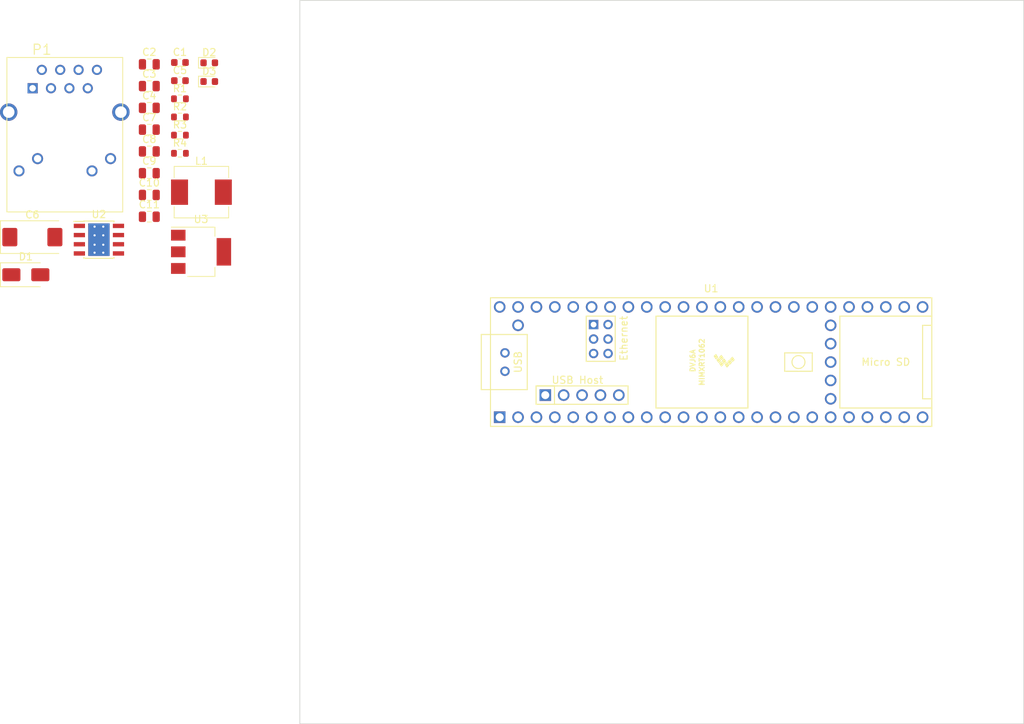
<source format=kicad_pcb>
(kicad_pcb (version 20221018) (generator pcbnew)
  (layers (0 "F.Cu" signal) (31 "B.Cu" signal) (34 "B.Paste" user) (35 "F.Paste" user) (36 "B.SilkS" user "B.Silkscreen") (37 "F.SilkS" user "F.Silkscreen") (38 "B.Mask" user) (39 "F.Mask" user) (44 "Edge.Cuts" user))
  (net 0 "")
  (net 8 "Net-(P1-RCT)")
  (net 9 "GND")
  (net 10 "+24V")
  (net 11 "Net-(U2-BOOT)")
  (net 12 "Net-(D1-K)")
  (net 13 "+5V")
  (net 14 "+3V3")
  (net 19 "Net-(D2-A)")
  (net 20 "Net-(D3-A)")
  (net 21 "ETH_TX+")
  (net 22 "ETH_TX-")
  (net 23 "ETH_RX+")
  (net 24 "ETH_RX-")
  (net 26 "ETH_LED")
  (net 28 "Net-(U2-VSENSE)")
  (net 29 "USB_H+")
  (net 30 "USB_H-")
  (net 31 "5V_USB_H")
  (net 32 "A_LIM")
  (net 33 "Z_LIM")
  (net 34 "Y_LIM")
  (net 35 "X_LIM")
  (net 36 "COOLANT_FLOOD")
  (net 37 "COOLANT_MIST")
  (net 38 "CYCLE_START")
  (net 39 "FEED_HOLD")
  (net 40 "PROBE_PIN")
  (net 41 "RESET")
  (net 42 "SPINDLE_PWM")
  (net 43 "RX1")
  (net 44 "TX1")
  (net 45 "X_STEP")
  (net 46 "X_DIR")
  (net 47 "Y_STEP")
  (net 48 "Y_DIR")
  (net 49 "Z_STEP")
  (net 50 "Z_DIR")
  (net 51 "A_STEP")
  (net 52 "A_DIR")
  (net 53 "X_EN")
  (net 54 "SPINDLE_DIR")
  (net 55 "KEYPAD_STROBE")
  (net 56 "Y_EN")
  (net 57 "Z_EN")
  (net 58 "A_EN")
  (net 59 "B_EN")
  (net 60 "AUX_IN_0")
  (net 61 "QEI_SEL_AUX_IN_3")
  (net 62 "QEI_B_AUX_IN_2")
  (net 63 "AUX_OUT_2")
  (net 64 "AUX_OUT_1")
  (net 65 "AUX_OUT_0")
  (net 66 "QEI_A_AUX_IN_1")
  (net 67 "SAFETY_DOOR")
  (net 68 "SPINDLE_EN")
  (net 69 "I2C_SCL")
  (net 70 "B_LIM")
  (net 71 "B_DIR")
  (net 72 "B_STEP")
  (net 73 "I2C_SDA")
  (footprint "Resistor_SMD:R_0603_1608Metric" (layer "F.Cu") (at 68.86 44.89)
    (fp_text reference "R1" (at 0 -1.43) (layer "F.SilkS"))
    (fp_text value "10K")
    (fp_line (start -0.237258 -0.5225) (end 0.237258 -0.5225) (stroke (width 0.12)) (layer "F.SilkS"))
    (fp_line (start -0.237258 0.5225) (end 0.237258 0.5225) (stroke (width 0.12)) (layer "F.SilkS"))
    (pad "1" smd roundrect (at -0.825 0) (size 0.8 0.95) (layers "F.Cu" "F.Paste" "F.Mask") (net 28 "Net-(U2-VSENSE)"))
    (pad "2" smd roundrect (at 0.825 0) (size 0.8 0.95) (layers "F.Cu" "F.Paste" "F.Mask") (net 13 "+5V"))
  )
  (footprint "Capacitor_SMD:C_0805_2012Metric" (layer "F.Cu") (at 64.63 58.18)
    (fp_text reference "C10" (at 0 -1.68) (layer "F.SilkS"))
    (fp_text value "1uF")
    (fp_line (start -0.261252 -0.735) (end 0.261252 -0.735) (stroke (width 0.12)) (layer "F.SilkS"))
    (fp_line (start -0.261252 0.735) (end 0.261252 0.735) (stroke (width 0.12)) (layer "F.SilkS"))
    (pad "1" smd roundrect (at -0.95 0) (size 1 1.45) (layers "F.Cu" "F.Paste" "F.Mask"))
    (pad "2" smd roundrect (at 0.95 0) (size 1 1.45) (layers "F.Cu" "F.Paste" "F.Mask"))
  )
  (footprint "Resistor_SMD:R_0603_1608Metric" (layer "F.Cu") (at 68.86 52.42)
    (fp_text reference "R4" (at 0 -1.43) (layer "F.SilkS"))
    (fp_text value "4.3K")
    (fp_line (start -0.237258 -0.5225) (end 0.237258 -0.5225) (stroke (width 0.12)) (layer "F.SilkS"))
    (fp_line (start -0.237258 0.5225) (end 0.237258 0.5225) (stroke (width 0.12)) (layer "F.SilkS"))
    (pad "1" smd roundrect (at -0.825 0) (size 0.8 0.95) (layers "F.Cu" "F.Paste" "F.Mask") (net 20 "Net-(D3-A)"))
    (pad "2" smd roundrect (at 0.825 0) (size 0.8 0.95) (layers "F.Cu" "F.Paste" "F.Mask") (net 14 "+3V3"))
  )
  (footprint "teensy_library-master:Teensy41" (layer "F.Cu") (at 142.24 81.28)
    (fp_text reference "U1" (at 0 -10.16) (layer "F.SilkS"))
    (fp_text value "Teensy4.1")
    (fp_text user "DVJ6A" (at -2.54 -0.18 -90) (layer "F.SilkS") (effects (font (size 0.7 0.7))))
    (fp_text user "Micro SD" (at 24.13 0) (layer "F.SilkS"))
    (fp_text user "USB Host" (at -18.4658 2.4892) (layer "F.SilkS"))
    (fp_text user "Ethernet" (at -12.065 -3.2766 90) (layer "F.SilkS"))
    (fp_text user "MIMXRT1062" (at -1.27 0 -90) (layer "F.SilkS") (effects (font (size 0.7 0.7))))
    (fp_text user "USB" (at -26.67 0 270) (layer "F.SilkS"))
    (fp_line (start -31.75 -3.81) (end -30.48 -3.81) (stroke (width 0.15)) (layer "F.SilkS"))
    (fp_line (start -31.75 3.81) (end -31.75 -3.81) (stroke (width 0.15)) (layer "F.SilkS"))
    (fp_line (start -30.48 -8.89) (end 30.48 -8.89) (stroke (width 0.15)) (layer "F.SilkS"))
    (fp_line (start -30.48 3.81) (end -31.75 3.81) (stroke (width 0.15)) (layer "F.SilkS"))
    (fp_line (start -30.48 8.89) (end -30.48 -8.89) (stroke (width 0.15)) (layer "F.SilkS"))
    (fp_line (start -25.4 -3.81) (end -30.48 -3.81) (stroke (width 0.15)) (layer "F.SilkS"))
    (fp_line (start -25.4 3.81) (end -30.48 3.81) (stroke (width 0.15)) (layer "F.SilkS"))
    (fp_line (start -25.4 3.81) (end -25.4 -3.81) (stroke (width 0.15)) (layer "F.SilkS"))
    (fp_line (start -24.1808 3.2992) (end -21.6408 3.2992) (stroke (width 0.15)) (layer "F.SilkS"))
    (fp_line (start -24.1808 3.2992) (end -11.4808 3.2992) (stroke (width 0.15)) (layer "F.SilkS"))
    (fp_line (start -24.1808 5.8392) (end -24.1808 3.2992) (stroke (width 0.15)) (layer "F.SilkS"))
    (fp_line (start -21.6408 3.2992) (end -21.6408 5.8392) (stroke (width 0.15)) (layer "F.SilkS"))
    (fp_line (start -17.25 -6.3516) (end -17.25 -6.1016) (stroke (width 0.15)) (layer "F.SilkS"))
    (fp_line (start -17.25 -6.1016) (end -17.25 -0.1016) (stroke (width 0.15)) (layer "F.SilkS"))
    (fp_line (start -17.25 -0.1016) (end -13.25 -0.1016) (stroke (width 0.15)) (layer "F.SilkS"))
    (fp_line (start -13.25 -6.3516) (end -17.25 -6.3516) (stroke (width 0.15)) (layer "F.SilkS"))
    (fp_line (start -13.25 -0.1016) (end -13.25 -6.3516) (stroke (width 0.15)) (layer "F.SilkS"))
    (fp_line (start -11.4808 3.2992) (end -11.4808 5.8392) (stroke (width 0.15)) (layer "F.SilkS"))
    (fp_line (start -11.4808 5.8392) (end -24.1808 5.8392) (stroke (width 0.15)) (layer "F.SilkS"))
    (fp_line (start -7.62 -6.35) (end -7.62 6.35) (stroke (width 0.15)) (layer "F.SilkS"))
    (fp_line (start -7.62 6.35) (end 5.08 6.35) (stroke (width 0.15)) (layer "F.SilkS"))
    (fp_line (start 5.08 -6.35) (end -7.62 -6.35) (stroke (width 0.15)) (layer "F.SilkS"))
    (fp_line (start 5.08 6.35) (end 5.08 -6.35) (stroke (width 0.15)) (layer "F.SilkS"))
    (fp_line (start 10.16 -1.27) (end 13.97 -1.27) (stroke (width 0.15)) (layer "F.SilkS"))
    (fp_line (start 10.16 1.27) (end 10.16 -1.27) (stroke (width 0.15)) (layer "F.SilkS"))
    (fp_line (start 13.97 -1.27) (end 13.97 1.27) (stroke (width 0.15)) (layer "F.SilkS"))
    (fp_line (start 13.97 1.27) (end 10.16 1.27) (stroke (width 0.15)) (layer "F.SilkS"))
    (fp_line (start 17.78 -6.35) (end 17.78 6.35) (stroke (width 0.15)) (layer "F.SilkS"))
    (fp_line (start 17.78 6.35) (end 30.48 6.35) (stroke (width 0.15)) (layer "F.SilkS"))
    (fp_line (start 29.21 -5.08) (end 29.21 5.08) (stroke (width 0.15)) (layer "F.SilkS"))
    (fp_line (start 29.21 5.08) (end 30.48 5.08) (stroke (width 0.15)) (layer "F.SilkS"))
    (fp_line (start 30.48 -8.89) (end 30.48 8.89) (stroke (width 0.15)) (layer "F.SilkS"))
    (fp_line (start 30.48 -6.35) (end 17.78 -6.35) (stroke (width 0.15)) (layer "F.SilkS"))
    (fp_line (start 30.48 -5.08) (end 29.21 -5.08) (stroke (width 0.15)) (layer "F.SilkS"))
    (fp_line (start 30.48 8.89) (end -30.48 8.89) (stroke (width 0.15)) (layer "F.SilkS"))
    (fp_circle (center 12.065 0) (end 12.7 -0.635) (stroke (width 0.15)) (fill none) (layer "F.SilkS"))
    (fp_poly (pts (xy 0.911 -0.688) (xy 0.657 -0.434) (xy 0.403 -0.815) (xy 0.657 -1.069)) (stroke (width 0.1)) (fill solid) (layer "F.SilkS"))
    (fp_poly (pts (xy 1.292 -0.18) (xy 1.038 0.074) (xy 0.784 -0.307) (xy 1.038 -0.561)) (stroke (width 0.1)) (fill solid) (layer "F.SilkS"))
    (fp_poly (pts (xy 1.673 -0.561) (xy 1.419 -0.307) (xy 1.165 -0.688) (xy 1.419 -0.942)) (stroke (width 0.1)) (fill solid) (layer "F.SilkS"))
    (fp_poly (pts (xy 1.673 0.328) (xy 1.419 0.582) (xy 1.165 0.201) (xy 1.419 -0.053)) (stroke (width 0.1)) (fill solid) (layer "F.SilkS"))
    (fp_poly (pts (xy 2.054 -0.053) (xy 1.8 0.201) (xy 1.546 -0.18) (xy 1.8 -0.434)) (stroke (width 0.1)) (fill solid) (layer "F.SilkS"))
    (fp_poly (pts (xy 2.435 0.455) (xy 2.181 0.709) (xy 1.927 0.328) (xy 2.181 0.074)) (stroke (width 0.1)) (fill solid) (layer "F.SilkS"))
    (fp_poly (pts (xy 2.816 0.074) (xy 2.562 0.328) (xy 2.308 -0.053) (xy 2.562 -0.307)) (stroke (width 0.1)) (fill solid) (layer "F.SilkS"))
    (fp_poly (pts (xy 3.197 -0.307) (xy 2.943 -0.053) (xy 2.689 -0.434) (xy 2.943 -0.688)) (stroke (width 0.1)) (fill solid) (layer "F.SilkS"))
    (pad "1" thru_hole rect (at -29.21 7.62) (size 1.6 1.6) (drill 1.1) (layers "*.Cu" "*.Mask") (net 9 "GND"))
    (pad "2" thru_hole circle (at -26.67 7.62) (size 1.6 1.6) (drill 1.1) (layers "*.Cu" "*.Mask") (net 43 "RX1"))
    (pad "3" thru_hole circle (at -24.13 7.62) (size 1.6 1.6) (drill 1.1) (layers "*.Cu" "*.Mask") (net 44 "TX1"))
    (pad "4" thru_hole circle (at -21.59 7.62) (size 1.6 1.6) (drill 1.1) (layers "*.Cu" "*.Mask") (net 45 "X_STEP"))
    (pad "5" thru_hole circle (at -19.05 7.62) (size 1.6 1.6) (drill 1.1) (layers "*.Cu" "*.Mask") (net 46 "X_DIR"))
    (pad "6" thru_hole circle (at -16.51 7.62) (size 1.6 1.6) (drill 1.1) (layers "*.Cu" "*.Mask") (net 47 "Y_STEP"))
    (pad "7" thru_hole circle (at -13.97 7.62) (size 1.6 1.6) (drill 1.1) (layers "*.Cu" "*.Mask") (net 48 "Y_DIR"))
    (pad "8" thru_hole circle (at -11.43 7.62) (size 1.6 1.6) (drill 1.1) (layers "*.Cu" "*.Mask") (net 49 "Z_STEP"))
    (pad "9" thru_hole circle (at -8.89 7.62) (size 1.6 1.6) (drill 1.1) (layers "*.Cu" "*.Mask") (net 50 "Z_DIR"))
    (pad "10" thru_hole circle (at -6.35 7.62) (size 1.6 1.6) (drill 1.1) (layers "*.Cu" "*.Mask") (net 51 "A_STEP"))
    (pad "11" thru_hole circle (at -3.81 7.62) (size 1.6 1.6) (drill 1.1) (layers "*.Cu" "*.Mask") (net 52 "A_DIR"))
    (pad "12" thru_hole circle (at -1.27 7.62) (size 1.6 1.6) (drill 1.1) (layers "*.Cu" "*.Mask") (net 53 "X_EN"))
    (pad "13" thru_hole circle (at 1.27 7.62) (size 1.6 1.6) (drill 1.1) (layers "*.Cu" "*.Mask") (net 54 "SPINDLE_DIR"))
    (pad "14" thru_hole circle (at 3.81 7.62) (size 1.6 1.6) (drill 1.1) (layers "*.Cu" "*.Mask") (net 68 "SPINDLE_EN"))
    (pad "15" thru_hole circle (at 6.35 7.62) (size 1.6 1.6) (drill 1.1) (layers "*.Cu" "*.Mask") (net 14 "+3V3"))
    (pad "16" thru_hole circle (at 8.89 7.62) (size 1.6 1.6) (drill 1.1) (layers "*.Cu" "*.Mask") (net 69 "I2C_SCL"))
    (pad "17" thru_hole circle (at 11.43 7.62) (size 1.6 1.6) (drill 1.1) (layers "*.Cu" "*.Mask") (net 73 "I2C_SDA"))
    (pad "18" thru_hole circle (at 13.97 7.62) (size 1.6 1.6) (drill 1.1) (layers "*.Cu" "*.Mask") (net 72 "B_STEP"))
    (pad "19" thru_hole circle (at 16.51 7.62) (size 1.6 1.6) (drill 1.1) (layers "*.Cu" "*.Mask") (net 71 "B_DIR"))
    (pad "20" thru_hole circle (at 19.05 7.62) (size 1.6 1.6) (drill 1.1) (layers "*.Cu" "*.Mask") (net 70 "B_LIM"))
    (pad "21" thru_hole circle (at 21.59 7.62) (size 1.6 1.6) (drill 1.1) (layers "*.Cu" "*.Mask") (net 67 "SAFETY_DOOR"))
    (pad "22" thru_hole circle (at 24.13 7.62) (size 1.6 1.6) (drill 1.1) (layers "*.Cu" "*.Mask") (net 66 "QEI_A_AUX_IN_1"))
    (pad "23" thru_hole circle (at 26.67 7.62) (size 1.6 1.6) (drill 1.1) (layers "*.Cu" "*.Mask") (net 65 "AUX_OUT_0"))
    (pad "24" thru_hole circle (at 29.21 7.62) (size 1.6 1.6) (drill 1.1) (layers "*.Cu" "*.Mask") (net 64 "AUX_OUT_1"))
    (pad "25" thru_hole circle (at 29.21 -7.62) (size 1.6 1.6) (drill 1.1) (layers "*.Cu" "*.Mask") (net 63 "AUX_OUT_2"))
    (pad "26" thru_hole circle (at 26.67 -7.62) (size 1.6 1.6) (drill 1.1) (layers "*.Cu" "*.Mask") (net 62 "QEI_B_AUX_IN_2"))
    (pad "27" thru_hole circle (at 24.13 -7.62) (size 1.6 1.6) (drill 1.1) (layers "*.Cu" "*.Mask") (net 61 "QEI_SEL_AUX_IN_3"))
    (pad "28" thru_hole circle (at 21.59 -7.62) (size 1.6 1.6) (drill 1.1) (layers "*.Cu" "*.Mask") (net 60 "AUX_IN_0"))
    (pad "29" thru_hole circle (at 19.05 -7.62) (size 1.6 1.6) (drill 1.1) (layers "*.Cu" "*.Mask") (net 59 "B_EN"))
    (pad "30" thru_hole circle (at 16.51 -7.62) (size 1.6 1.6) (drill 1.1) (layers "*.Cu" "*.Mask") (net 58 "A_EN"))
    (pad "31" thru_hole circle (at 13.97 -7.62) (size 1.6 1.6) (drill 1.1) (layers "*.Cu" "*.Mask") (net 57 "Z_EN"))
    (pad "32" thru_hole circle (at 11.43 -7.62) (size 1.6 1.6) (drill 1.1) (layers "*.Cu" "*.Mask") (net 56 "Y_EN"))
    (pad "33" thru_hole circle (at 8.89 -7.62) (size 1.6 1.6) (drill 1.1) (layers "*.Cu" "*.Mask") (net 55 "KEYPAD_STROBE"))
    (pad "34" thru_hole circle (at 6.35 -7.62) (size 1.6 1.6) (drill 1.1) (layers "*.Cu" "*.Mask") (net 9 "GND"))
    (pad "35" thru_hole circle (at 3.81 -7.62) (size 1.6 1.6) (drill 1.1) (layers "*.Cu" "*.Mask") (net 42 "SPINDLE_PWM"))
    (pad "36" thru_hole circle (at 1.27 -7.62) (size 1.6 1.6) (drill 1.1) (layers "*.Cu" "*.Mask") (net 41 "RESET"))
    (pad "37" thru_hole circle (at -1.27 -7.62) (size 1.6 1.6) (drill 1.1) (layers "*.Cu" "*.Mask") (net 40 "PROBE_PIN"))
    (pad "38" thru_hole circle (at -3.81 -7.62) (size 1.6 1.6) (drill 1.1) (layers "*.Cu" "*.Mask") (net 39 "FEED_HOLD"))
    (pad "39" thru_hole circle (at -6.35 -7.62) (size 1.6 1.6) (drill 1.1) (layers "*.Cu" "*.Mask") (net 38 "CYCLE_START"))
    (pad "40" thru_hole circle (at -8.89 -7.62) (size 1.6 1.6) (drill 1.1) (layers "*.Cu" "*.Mask") (net 37 "COOLANT_MIST"))
    (pad "41" thru_hole circle (at -11.43 -7.62) (size 1.6 1.6) (drill 1.1) (layers "*.Cu" "*.Mask") (net 36 "COOLANT_FLOOD"))
    (pad "42" thru_hole circle (at -13.97 -7.62) (size 1.6 1.6) (drill 1.1) (layers "*.Cu" "*.Mask") (net 35 "X_LIM"))
    (pad "43" thru_hole circle (at -16.51 -7.62) (size 1.6 1.6) (drill 1.1) (layers "*.Cu" "*.Mask") (net 34 "Y_LIM"))
    (pad "44" thru_hole circle (at -19.05 -7.62) (size 1.6 1.6) (drill 1.1) (layers "*.Cu" "*.Mask") (net 33 "Z_LIM"))
    (pad "45" thru_hole circle (at -21.59 -7.62) (size 1.6 1.6) (drill 1.1) (layers "*.Cu" "*.Mask") (net 32 "A_LIM"))
    (pad "46" thru_hole circle (at -24.13 -7.62) (size 1.6 1.6) (drill 1.1) (layers "*.Cu" "*.Mask") (net 14 "+3V3"))
    (pad "47" thru_hole circle (at -26.67 -7.62) (size 1.6 1.6) (drill 1.1) (layers "*.Cu" "*.Mask") (net 9 "GND"))
    (pad "48" thru_hole circle (at -29.21 -7.62) (size 1.6 1.6) (drill 1.1) (layers "*.Cu" "*.Mask") (net 13 "+5V"))
    (pad "49" thru_hole circle (at -26.67 -5.08) (size 1.6 1.6) (drill 1.1) (layers "*.Cu" "*.Mask"))
    (pad "50" thru_hole circle (at 16.51 5.08) (size 1.6 1.6) (drill 1.1) (layers "*.Cu" "*.Mask"))
    (pad "51" thru_hole circle (at 16.51 2.54) (size 1.6 1.6) (drill 1.1) (layers "*.Cu" "*.Mask"))
    (pad "52" thru_hole circle (at 16.51 0) (size 1.6 1.6) (drill 1.1) (layers "*.Cu" "*.Mask") (net 9 "GND"))
    (pad "53" thru_hole circle (at 16.51 -2.54) (size 1.6 1.6) (drill 1.1) (layers "*.Cu" "*.Mask"))
    (pad "54" thru_hole circle (at 16.51 -5.08) (size 1.6 1.6) (drill 1.1) (layers "*.Cu" "*.Mask"))
    (pad "55" thru_hole rect (at -22.9108 4.5692) (size 1.6 1.6) (drill 1.1) (layers "*.Cu" "*.Mask") (net 31 "5V_USB_H"))
    (pad "56" thru_hole circle (at -20.3708 4.5692) (size 1.6 1.6) (drill 1.1) (layers "*.Cu" "*.Mask") (net 30 "USB_H-"))
    (pad "57" thru_hole circle (at -17.8308 4.5692) (size 1.6 1.6) (drill 1.1) (layers "*.Cu" "*.Mask") (net 29 "USB_H+"))
    (pad "58" thru_hole circle (at -15.2908 4.5692) (size 1.6 1.6) (drill 1.1) (layers "*.Cu" "*.Mask") (net 9 "GND"))
    (pad "59" thru_hole circle (at -12.7508 4.5692) (size 1.6 1.6) (drill 1.1) (layers "*.Cu" "*.Mask") (net 9 "GND"))
    (pad "60" thru_hole rect (at -16.24 -5.1816) (size 1.3 1.3) (drill 0.8) (layers "*.Cu" "*.Mask") (net 23 "ETH_RX+"))
    (pad "61" thru_hole circle (at -16.24 -3.1816) (size 1.3 1.3) (drill 0.8) (layers "*.Cu" "*.Mask") (net 26 "ETH_LED"))
    (pad "62" thru_hole circle (at -16.24 -1.1816) (size 1.3 1.3) (drill 0.8) (layers "*.Cu" "*.Mask") (net 22 "ETH_TX-"))
    (pad "63" thru_hole circle (at -14.24 -1.1816) (size 1.3 1.3) (drill 0.8) (layers "*.Cu" "*.Mask") (net 21 "ETH_TX+"))
    (pad "64" thru_hole circle (at -14.24 -3.1816) (size 1.3 1.3) (drill 0.8) (layers "*.Cu" "*.Mask") (net 9 "GND"))
    (pad "65" thru_hole circle (at -14.24 -5.1816) (size 1.3 1.3) (drill 0.8) (layers "*.Cu" "*.Mask") (net 24 "ETH_RX-"))
    (pad "66" thru_hole circle (at -28.48 -1.27) (size 1.3 1.3) (drill 0.8) (layers "*.Cu" "*.Mask"))
    (pad "67" thru_hole circle (at -28.48 1.27) (size 1.3 1.3) (drill 0.8) (layers "*.Cu" "*.Mask"))
  )
  (footprint "LED_SMD:LED_0603_1608Metric" (layer "F.Cu") (at 72.91 39.91)
    (fp_text reference "D2" (at 0 -1.43) (layer "F.SilkS"))
    (fp_text value "Emerald")
    (fp_line (start -1.485 -0.735) (end -1.485 0.735) (stroke (width 0.12)) (layer "F.SilkS"))
    (fp_line (start -1.485 0.735) (end 0.8 0.735) (stroke (width 0.12)) (layer "F.SilkS"))
    (fp_line (start 0.8 -0.735) (end -1.485 -0.735) (stroke (width 0.12)) (layer "F.SilkS"))
    (pad "1" smd roundrect (at -0.7875 0) (size 0.875 0.95) (layers "F.Cu" "F.Paste" "F.Mask") (net 9 "GND"))
    (pad "2" smd roundrect (at 0.7875 0) (size 0.875 0.95) (layers "F.Cu" "F.Paste" "F.Mask") (net 19 "Net-(D2-A)"))
  )
  (footprint "Inductor_SMD:L_Sunlord_MWSA0603S" (layer "F.Cu") (at 71.83 57.795)
    (fp_text reference "L1" (at 0 -4.3) (layer "F.SilkS"))
    (fp_text value "15uH")
    (fp_line (start -3.76 -3.56) (end -3.76 -2.01) (stroke (width 0.12)) (layer "F.SilkS"))
    (fp_line (start -3.76 -3.56) (end 3.76 -3.56) (stroke (width 0.12)) (layer "F.SilkS"))
    (fp_line (start -3.76 3.56) (end -3.76 2.01) (stroke (width 0.12)) (layer "F.SilkS"))
    (fp_line (start -3.76 3.56) (end 3.76 3.56) (stroke (width 0.12)) (layer "F.SilkS"))
    (fp_line (start 3.76 -3.56) (end 3.76 -2.01) (stroke (width 0.12)) (layer "F.SilkS"))
    (fp_line (start 3.76 3.56) (end 3.76 2.01) (stroke (width 0.12)) (layer "F.SilkS"))
    (pad "1" smd rect (at -3.025 0) (size 2.35 3.5) (layers "F.Cu" "F.Paste" "F.Mask") (net 12 "Net-(D1-K)"))
    (pad "2" smd rect (at 3.025 0) (size 2.35 3.5) (layers "F.Cu" "F.Paste" "F.Mask") (net 13 "+5V"))
  )
  (footprint "KiCad:J1B1211CCD" (layer "F.Cu") (at 52.955 49.7785)
    (fp_text reference "P1" (at -3.175 -11.684) (layer "F.SilkS") (effects (font (size 1.4 1.4))))
    (fp_text value "J1B1211CCD")
    (fp_line (start -8 -10.6) (end -8 10.75) (stroke (width 0.127)) (layer "F.SilkS"))
    (fp_line (start -8 10.75) (end 8 10.75) (stroke (width 0.127)) (layer "F.SilkS"))
    (fp_line (start 8 -10.6) (end -8 -10.6) (stroke (width 0.127)) (layer "F.SilkS"))
    (fp_line (start 8 10.75) (end 8 -10.6) (stroke (width 0.127)) (layer "F.SilkS"))
    (pad "" np_thru_hole circle (at -5.715 0) (size 3.25 3.25) (drill 3.25) (layers "*.Cu" "*.Mask"))
    (pad "" np_thru_hole circle (at 5.715 0) (size 3.25 3.25) (drill 3.25) (layers "*.Cu" "*.Mask"))
    (pad "1" thru_hole rect (at -4.445 -6.35) (size 1.408 1.408) (drill 0.9) (layers "*.Cu" "*.Mask") (net 21 "ETH_TX+"))
    (pad "2" thru_hole circle (at -3.175 -8.89) (size 1.408 1.408) (drill 0.9) (layers "*.Cu" "*.Mask") (net 8 "Net-(P1-RCT)"))
    (pad "3" thru_hole circle (at -1.905 -6.35) (size 1.408 1.408) (drill 0.9) (layers "*.Cu" "*.Mask") (net 22 "ETH_TX-"))
    (pad "4" thru_hole circle (at -0.635 -8.89) (size 1.408 1.408) (drill 0.9) (layers "*.Cu" "*.Mask") (net 23 "ETH_RX+"))
    (pad "5" thru_hole circle (at 0.635 -6.35) (size 1.408 1.408) (drill 0.9) (layers "*.Cu" "*.Mask") (net 8 "Net-(P1-RCT)"))
    (pad "6" thru_hole circle (at 1.905 -8.89) (size 1.408 1.408) (drill 0.9) (layers "*.Cu" "*.Mask") (net 24 "ETH_RX-"))
    (pad "7" thru_hole circle (at 3.175 -6.35) (size 1.408 1.408) (drill 0.9) (layers "*.Cu" "*.Mask"))
    (pad "8" thru_hole circle (at 4.445 -8.89) (size 1.408 1.408) (drill 0.9) (layers "*.Cu" "*.Mask") (net 9 "GND"))
    (pad "9" thru_hole circle (at -6.325 5.08) (size 1.53 1.53) (drill 1.02) (layers "*.Cu" "*.Mask") (net 9 "GND"))
    (pad "10" thru_hole circle (at -3.758 3.38) (size 1.53 1.53) (drill 1.02) (layers "*.Cu" "*.Mask") (net 26 "ETH_LED"))
    (pad "11" thru_hole circle (at 3.758 5.08) (size 1.53 1.53) (drill 1.02) (layers "*.Cu" "*.Mask") (net 9 "GND"))
    (pad "12" thru_hole circle (at 6.325 3.38) (size 1.53 1.53) (drill 1.02) (layers "*.Cu" "*.Mask"))
    (pad "13" thru_hole circle (at -7.75 -3.05) (size 2.4 2.4) (drill 1.6) (layers "*.Cu" "*.Mask") (net 9 "GND"))
    (pad "14" thru_hole circle (at 7.75 -3.05) (size 2.4 2.4) (drill 1.6) (layers "*.Cu" "*.Mask") (net 9 "GND"))
  )
  (footprint "Capacitor_SMD:C_0805_2012Metric" (layer "F.Cu") (at 64.63 46.14)
    (fp_text reference "C4" (at 0 -1.68) (layer "F.SilkS"))
    (fp_text value "10uF")
    (fp_line (start -0.261252 -0.735) (end 0.261252 -0.735) (stroke (width 0.12)) (layer "F.SilkS"))
    (fp_line (start -0.261252 0.735) (end 0.261252 0.735) (stroke (width 0.12)) (layer "F.SilkS"))
    (pad "1" smd roundrect (at -0.95 0) (size 1 1.45) (layers "F.Cu" "F.Paste" "F.Mask") (net 10 "+24V"))
    (pad "2" smd roundrect (at 0.95 0) (size 1 1.45) (layers "F.Cu" "F.Paste" "F.Mask") (net 9 "GND"))
  )
  (footprint "Capacitor_SMD:C_0603_1608Metric" (layer "F.Cu") (at 68.86 39.87)
    (fp_text reference "C1" (at 0 -1.43) (layer "F.SilkS"))
    (fp_text value "100nF")
    (fp_line (start -0.14058 -0.51) (end 0.14058 -0.51) (stroke (width 0.12)) (layer "F.SilkS"))
    (fp_line (start -0.14058 0.51) (end 0.14058 0.51) (stroke (width 0.12)) (layer "F.SilkS"))
    (pad "1" smd roundrect (at -0.775 0) (size 0.9 0.95) (layers "F.Cu" "F.Paste" "F.Mask") (net 8 "Net-(P1-RCT)"))
    (pad "2" smd roundrect (at 0.775 0) (size 0.9 0.95) (layers "F.Cu" "F.Paste" "F.Mask") (net 9 "GND"))
  )
  (footprint "Capacitor_SMD:C_0805_2012Metric" (layer "F.Cu") (at 64.63 43.13)
    (fp_text reference "C3" (at 0 -1.68) (layer "F.SilkS"))
    (fp_text value "10uF")
    (fp_line (start -0.261252 -0.735) (end 0.261252 -0.735) (stroke (width 0.12)) (layer "F.SilkS"))
    (fp_line (start -0.261252 0.735) (end 0.261252 0.735) (stroke (width 0.12)) (layer "F.SilkS"))
    (pad "1" smd roundrect (at -0.95 0) (size 1 1.45) (layers "F.Cu" "F.Paste" "F.Mask") (net 10 "+24V"))
    (pad "2" smd roundrect (at 0.95 0) (size 1 1.45) (layers "F.Cu" "F.Paste" "F.Mask") (net 9 "GND"))
  )
  (footprint "Package_SO:TI_SO-PowerPAD-8_ThermalVias" (layer "F.Cu") (at 57.67 64.36)
    (fp_text reference "U2" (at 0 -3.5) (layer "F.SilkS"))
    (fp_text value "TPS5430DDA")
    (fp_line (start -2.075 -2.575) (end -2.075 -2.525) (stroke (width 0.15)) (layer "F.SilkS"))
    (fp_line (start -2.075 -2.575) (end 2.075 -2.575) (stroke (width 0.15)) (layer "F.SilkS"))
    (fp_line (start -2.075 -2.525) (end -3.475 -2.525) (stroke (width 0.15)) (layer "F.SilkS"))
    (fp_line (start -2.075 2.575) (end -2.075 2.43) (stroke (width 0.15)) (layer "F.SilkS"))
    (fp_line (start -2.075 2.575) (end 2.075 2.575) (stroke (width 0.15)) (layer "F.SilkS"))
    (fp_line (start 2.075 -2.575) (end 2.075 -2.43) (stroke (width 0.15)) (layer "F.SilkS"))
    (fp_line (start 2.075 2.575) (end 2.075 2.43) (stroke (width 0.15)) (layer "F.SilkS"))
    (pad "1" smd rect (at -2.7 -1.905) (size 1.55 0.6) (layers "F.Cu" "F.Paste" "F.Mask") (net 11 "Net-(U2-BOOT)"))
    (pad "2" smd rect (at -2.7 -0.635) (size 1.55 0.6) (layers "F.Cu" "F.Paste" "F.Mask"))
    (pad "3" smd rect (at -2.7 0.635) (size 1.55 0.6) (layers "F.Cu" "F.Paste" "F.Mask"))
    (pad "4" smd rect (at -2.7 1.905) (size 1.55 0.6) (layers "F.Cu" "F.Paste" "F.Mask") (net 28 "Net-(U2-VSENSE)"))
    (pad "5" smd rect (at 2.7 1.905) (size 1.55 0.6) (layers "F.Cu" "F.Paste" "F.Mask"))
    (pad "6" smd rect (at 2.7 0.635) (size 1.55 0.6) (layers "F.Cu" "F.Paste" "F.Mask") (net 9 "GND"))
    (pad "7" smd rect (at 2.7 -0.635) (size 1.55 0.6) (layers "F.Cu" "F.Paste" "F.Mask") (net 10 "+24V"))
    (pad "8" smd rect (at 2.7 -1.905) (size 1.55 0.6) (layers "F.Cu" "F.Paste" "F.Mask") (net 12 "Net-(D1-K)"))
    (pad "9" thru_hole circle (at -0.6 -1.8) (size 0.6 0.6) (drill 0.3) (layers "*.Cu") (net 9 "GND"))
    (pad "9" thru_hole circle (at -0.6 -0.6) (size 0.6 0.6) (drill 0.3) (layers "*.Cu") (net 9 "GND"))
    (pad "9" thru_hole circle (at -0.6 0.7) (size 0.6 0.6) (drill 0.3) (layers "*.Cu") (net 9 "GND"))
    (pad "9" thru_hole circle (at -0.6 1.8) (size 0.6 0.6) (drill 0.3) (layers "*.Cu") (net 9 "GND"))
    (pad "9" smd rect (at 0 0) (size 2.6 3.1) (layers "F.Cu" "F.Paste" "F.Mask") (net 9 "GND"))
    (pad "9" smd rect (at 0 0) (size 2.95 4.5) (layers "F.Cu") (net 9 "GND"))
    (pad "9" smd rect (at 0 0) (size 2.95 4.5) (layers "B.Cu") (net 9 "GND"))
    (pad "9" thru_hole circle (at 0.6 -1.8) (size 0.6 0.6) (drill 0.3) (layers "*.Cu") (net 9 "GND"))
    (pad "9" thru_hole circle (at 0.6 -0.6) (size 0.6 0.6) (drill 0.3) (layers "*.Cu") (net 9 "GND"))
    (pad "9" thru_hole circle (at 0.6 0.7) (size 0.6 0.6) (drill 0.3) (layers "*.Cu") (net 9 "GND"))
    (pad "9" thru_hole circle (at 0.6 1.8) (size 0.6 0.6) (drill 0.3) (layers "*.Cu") (net 9 "GND"))
  )
  (footprint "Capacitor_SMD:C_0603_1608Metric" (layer "F.Cu") (at 68.86 42.38)
    (fp_text reference "C5" (at 0 -1.43) (layer "F.SilkS"))
    (fp_text value "10nF")
    (fp_line (start -0.14058 -0.51) (end 0.14058 -0.51) (stroke (width 0.12)) (layer "F.SilkS"))
    (fp_line (start -0.14058 0.51) (end 0.14058 0.51) (stroke (width 0.12)) (layer "F.SilkS"))
    (pad "1" smd roundrect (at -0.775 0) (size 0.9 0.95) (layers "F.Cu" "F.Paste" "F.Mask") (net 11 "Net-(U2-BOOT)"))
    (pad "2" smd roundrect (at 0.775 0) (size 0.9 0.95) (layers "F.Cu" "F.Paste" "F.Mask") (net 12 "Net-(D1-K)"))
  )
  (footprint "Diode_SMD:D_SMA" (layer "F.Cu") (at 47.575 69.21)
    (fp_text reference "D1" (at 0 -2.5) (layer "F.SilkS"))
    (fp_text value "SS54")
    (fp_line (start -3.51 -1.65) (end -3.51 1.65) (stroke (width 0.12)) (layer "F.SilkS"))
    (fp_line (start -3.51 -1.65) (end 2 -1.65) (stroke (width 0.12)) (layer "F.SilkS"))
    (fp_line (start -3.51 1.65) (end 2 1.65) (stroke (width 0.12)) (layer "F.SilkS"))
    (pad "1" smd roundrect (at -2 0) (size 2.5 1.8) (layers "F.Cu" "F.Paste" "F.Mask") (roundrect_rratio 0.1388888889) (net 12 "Net-(D1-K)"))
    (pad "2" smd roundrect (at 2 0) (size 2.5 1.8) (layers "F.Cu" "F.Paste" "F.Mask") (roundrect_rratio 0.1388888889) (net 9 "GND"))
  )
  (footprint "LED_SMD:LED_0603_1608Metric" (layer "F.Cu") (at 72.91 42.5)
    (fp_text reference "D3" (at 0 -1.43) (layer "F.SilkS"))
    (fp_text value "Emerald")
    (fp_line (start -1.485 -0.735) (end -1.485 0.735) (stroke (width 0.12)) (layer "F.SilkS"))
    (fp_line (start -1.485 0.735) (end 0.8 0.735) (stroke (width 0.12)) (layer "F.SilkS"))
    (fp_line (start 0.8 -0.735) (end -1.485 -0.735) (stroke (width 0.12)) (layer "F.SilkS"))
    (pad "1" smd roundrect (at -0.7875 0) (size 0.875 0.95) (layers "F.Cu" "F.Paste" "F.Mask") (net 9 "GND"))
    (pad "2" smd roundrect (at 0.7875 0) (size 0.875 0.95) (layers "F.Cu" "F.Paste" "F.Mask") (net 20 "Net-(D3-A)"))
  )
  (footprint "Capacitor_SMD:C_0805_2012Metric" (layer "F.Cu") (at 64.63 40.12)
    (fp_text reference "C2" (at 0 -1.68) (layer "F.SilkS"))
    (fp_text value "10uF")
    (fp_line (start -0.261252 -0.735) (end 0.261252 -0.735) (stroke (width 0.12)) (layer "F.SilkS"))
    (fp_line (start -0.261252 0.735) (end 0.261252 0.735) (stroke (width 0.12)) (layer "F.SilkS"))
    (pad "1" smd roundrect (at -0.95 0) (size 1 1.45) (layers "F.Cu" "F.Paste" "F.Mask") (net 10 "+24V"))
    (pad "2" smd roundrect (at 0.95 0) (size 1 1.45) (layers "F.Cu" "F.Paste" "F.Mask") (net 9 "GND"))
  )
  (footprint "Capacitor_SMD:C_0805_2012Metric" (layer "F.Cu") (at 64.63 61.19)
    (fp_text reference "C11" (at 0 -1.68) (layer "F.SilkS"))
    (fp_text value "4.7uF")
    (fp_line (start -0.261252 -0.735) (end 0.261252 -0.735) (stroke (width 0.12)) (layer "F.SilkS"))
    (fp_line (start -0.261252 0.735) (end 0.261252 0.735) (stroke (width 0.12)) (layer "F.SilkS"))
    (pad "1" smd roundrect (at -0.95 0) (size 1 1.45) (layers "F.Cu" "F.Paste" "F.Mask"))
    (pad "2" smd roundrect (at 0.95 0) (size 1 1.45) (layers "F.Cu" "F.Paste" "F.Mask"))
  )
  (footprint "Capacitor_SMD:C_0805_2012Metric" (layer "F.Cu") (at 64.63 55.17)
    (fp_text reference "C9" (at 0 -1.68) (layer "F.SilkS"))
    (fp_text value "1uF")
    (fp_line (start -0.261252 -0.735) (end 0.261252 -0.735) (stroke (width 0.12)) (layer "F.SilkS"))
    (fp_line (start -0.261252 0.735) (end 0.261252 0.735) (stroke (width 0.12)) (layer "F.SilkS"))
    (pad "1" smd roundrect (at -0.95 0) (size 1 1.45) (layers "F.Cu" "F.Paste" "F.Mask") (net 14 "+3V3"))
    (pad "2" smd roundrect (at 0.95 0) (size 1 1.45) (layers "F.Cu" "F.Paste" "F.Mask") (net 9 "GND"))
  )
  (footprint "Capacitor_SMD:C_0805_2012Metric" (layer "F.Cu") (at 64.63 52.16)
    (fp_text reference "C8" (at 0 -1.68) (layer "F.SilkS"))
    (fp_text value "10uF")
    (fp_line (start -0.261252 -0.735) (end 0.261252 -0.735) (stroke (width 0.12)) (layer "F.SilkS"))
    (fp_line (start -0.261252 0.735) (end 0.261252 0.735) (stroke (width 0.12)) (layer "F.SilkS"))
    (pad "1" smd roundrect (at -0.95 0) (size 1 1.45) (layers "F.Cu" "F.Paste" "F.Mask") (net 14 "+3V3"))
    (pad "2" smd roundrect (at 0.95 0) (size 1 1.45) (layers "F.Cu" "F.Paste" "F.Mask") (net 9 "GND"))
  )
  (footprint "Resistor_SMD:R_0603_1608Metric" (layer "F.Cu") (at 68.86 49.91)
    (fp_text reference "R3" (at 0 -1.43) (layer "F.SilkS"))
    (fp_text value "430R")
    (fp_line (start -0.237258 -0.5225) (end 0.237258 -0.5225) (stroke (width 0.12)) (layer "F.SilkS"))
    (fp_line (start -0.237258 0.5225) (end 0.237258 0.5225) (stroke (width 0.12)) (layer "F.SilkS"))
    (pad "1" smd roundrect (at -0.825 0) (size 0.8 0.95) (layers "F.Cu" "F.Paste" "F.Mask") (net 19 "Net-(D2-A)"))
    (pad "2" smd roundrect (at 0.825 0) (size 0.8 0.95) (layers "F.Cu" "F.Paste" "F.Mask") (net 13 "+5V"))
  )
  (footprint "Resistor_SMD:R_0603_1608Metric" (layer "F.Cu") (at 68.86 47.4)
    (fp_text reference "R2" (at 0 -1.43) (layer "F.SilkS"))
    (fp_text value "3.24K")
    (fp_line (start -0.237258 -0.5225) (end 0.237258 -0.5225) (stroke (width 0.12)) (layer "F.SilkS"))
    (fp_line (start -0.237258 0.5225) (end 0.237258 0.5225) (stroke (width 0.12)) (layer "F.SilkS"))
    (pad "1" smd roundrect (at -0.825 0) (size 0.8 0.95) (layers "F.Cu" "F.Paste" "F.Mask") (net 9 "GND"))
    (pad "2" smd roundrect (at 0.825 0) (size 0.8 0.95) (layers "F.Cu" "F.Paste" "F.Mask") (net 28 "Net-(U2-VSENSE)"))
  )
  (footprint "Capacitor_Tantalum_SMD:CP_EIA-7343-31_Kemet-D" (layer "F.Cu") (at 48.475 64.01)
    (fp_text reference "C6" (at 0 -3.1) (layer "F.SilkS"))
    (fp_text value "330uF")
    (fp_line (start -4.41 -2.26) (end -4.41 2.26) (stroke (width 0.12)) (layer "F.SilkS"))
    (fp_line (start -4.41 2.26) (end 3.65 2.26) (stroke (width 0.12)) (layer "F.SilkS"))
    (fp_line (start 3.65 -2.26) (end -4.41 -2.26) (stroke (width 0.12)) (layer "F.SilkS"))
    (pad "1" smd roundrect (at -3.1125 0) (size 2.075 2.55) (layers "F.Cu" "F.Paste" "F.Mask") (roundrect_rratio 0.120482) (net 13 "+5V"))
    (pad "2" smd roundrect (at 3.1125 0) (size 2.075 2.55) (layers "F.Cu" "F.Paste" "F.Mask") (roundrect_rratio 0.120482) (net 9 "GND"))
  )
  (footprint "Capacitor_SMD:C_0805_2012Metric" (layer "F.Cu") (at 64.63 49.15)
    (fp_text reference "C7" (at 0 -1.68) (layer "F.SilkS"))
    (fp_text value "10uF")
    (fp_line (start -0.261252 -0.735) (end 0.261252 -0.735) (stroke (width 0.12)) (layer "F.SilkS"))
    (fp_line (start -0.261252 0.735) (end 0.261252 0.735) (stroke (width 0.12)) (layer "F.SilkS"))
    (pad "1" smd roundrect (at -0.95 0) (size 1 1.45) (layers "F.Cu" "F.Paste" "F.Mask") (net 13 "+5V"))
    (pad "2" smd roundrect (at 0.95 0) (size 1 1.45) (layers "F.Cu" "F.Paste" "F.Mask") (net 9 "GND"))
  )
  (footprint "Package_TO_SOT_SMD:SOT-223-3_TabPin2" (layer "F.Cu") (at 71.78 66.04)
    (fp_text reference "U3" (at 0 -4.5) (layer "F.SilkS"))
    (fp_text value "AZ1117EH-3.3TRG1")
    (fp_line (start -4.1 -3.41) (end 1.91 -3.41) (stroke (width 0.12)) (layer "F.SilkS"))
    (fp_line (start -1.85 3.41) (end 1.91 3.41) (stroke (width 0.12)) (layer "F.SilkS"))
    (fp_line (start 1.91 -3.41) (end 1.91 -2.15) (stroke (width 0.12)) (layer "F.SilkS"))
    (fp_line (start 1.91 3.41) (end 1.91 2.15) (stroke (width 0.12)) (layer "F.SilkS"))
    (pad "1" smd rect (at -3.15 -2.3) (size 2 1.5) (layers "F.Cu" "F.Paste" "F.Mask") (net 9 "GND"))
    (pad "2" smd rect (at -3.15 0) (size 2 1.5) (layers "F.Cu" "F.Paste" "F.Mask") (net 14 "+3V3"))
    (pad "2" smd rect (at 3.15 0) (size 2 3.8) (layers "F.Cu" "F.Paste" "F.Mask") (net 14 "+3V3"))
    (pad "3" smd rect (at -3.15 2.3) (size 2 1.5) (layers "F.Cu" "F.Paste" "F.Mask") (net 13 "+5V"))
  )
  (gr_rect (start 85.42 31.28) (end 185.42 131.28) (stroke (width 0.1)) (fill none) (layer "Edge.Cuts"))
)
</source>
